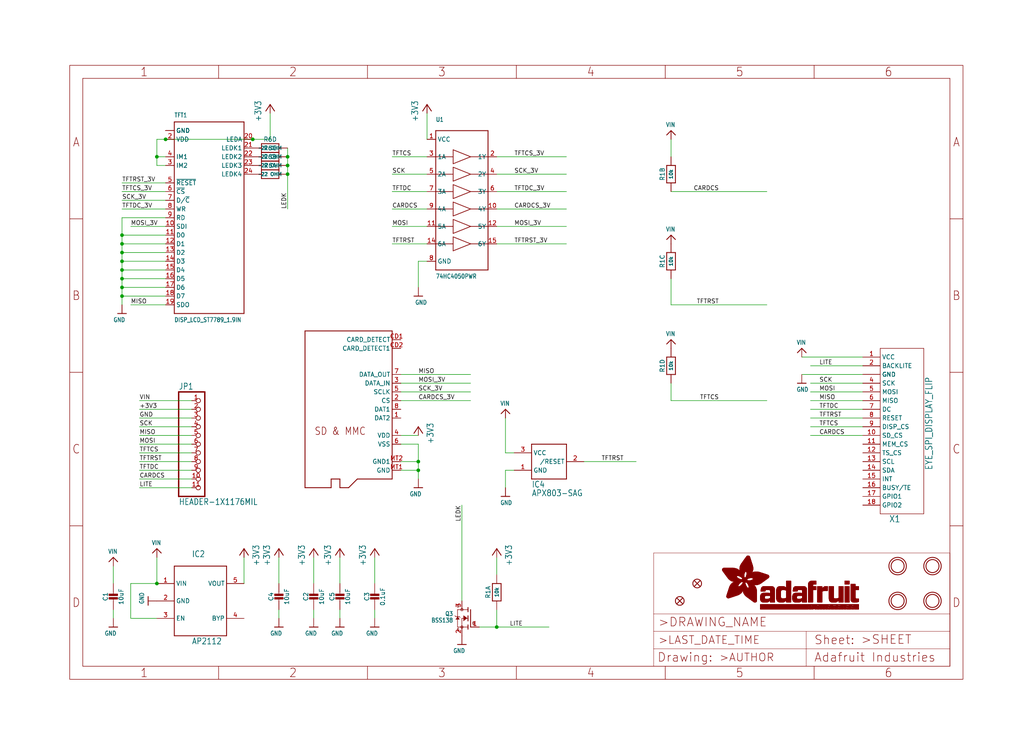
<source format=kicad_sch>
(kicad_sch (version 20211123) (generator eeschema)
  (paper "User" 298.45 217.881)
  (lib_symbols
    (symbol "eagleSchem-eagle-import:+3V3" (power)
      (property "Value" "+3V3" (at -2.54 -5.08 90))
      (symbol "+3V3_1_0"
        (pin power_in line (at 0 -2.54 90) (length 2.54) (name "+3V3") (number "1"))
      )
    )
    (symbol "eagleSchem-eagle-import:74HC4050DTSSOP"
      (property "Reference" "U" (at -7.62 22.86 0))
      (property "Value" "74HC4050DTSSOP" (at -7.62 -22.86 0))
      (symbol "74HC4050DTSSOP_1_0"
        (pin bidirectional line (at -10.16 17.78 0) (length 2.54) (name "VCC") (number "1"))
        (pin bidirectional line (at 10.16 -2.54 180) (length 2.54) (name "4Y") (number "10"))
        (pin bidirectional line (at -10.16 -7.62 0) (length 2.54) (name "5A") (number "11"))
        (pin bidirectional line (at 10.16 -7.62 180) (length 2.54) (name "5Y") (number "12"))
        (pin bidirectional line (at -10.16 -12.7 0) (length 2.54) (name "6A") (number "14"))
        (pin bidirectional line (at 10.16 -12.7 180) (length 2.54) (name "6Y") (number "15"))
        (pin bidirectional line (at 10.16 12.7 180) (length 2.54) (name "1Y") (number "2"))
        (pin bidirectional line (at -10.16 12.7 0) (length 2.54) (name "1A") (number "3"))
        (pin bidirectional line (at 10.16 7.62 180) (length 2.54) (name "2Y") (number "4"))
        (pin bidirectional line (at -10.16 7.62 0) (length 2.54) (name "2A") (number "5"))
        (pin bidirectional line (at 10.16 2.54 180) (length 2.54) (name "3Y") (number "6"))
        (pin bidirectional line (at -10.16 2.54 0) (length 2.54) (name "3A") (number "7"))
        (pin bidirectional line (at -10.16 -17.78 0) (length 2.54) (name "GND") (number "8"))
        (pin bidirectional line (at -10.16 -2.54 0) (length 2.54) (name "4A") (number "9"))
      )
    )
    (symbol "eagleSchem-eagle-import:AXP083-SAG"
      (property "Reference" "IC" (at -5.08 -7.62 0))
      (property "Value" "AXP083-SAG" (at -5.08 -10.16 0))
      (symbol "AXP083-SAG_1_0"
        (pin power_in line (at -10.16 -2.54 0) (length 5.08) (name "GND") (number "1"))
        (pin output line (at 10.16 0 180) (length 5.08) (name "/RESET") (number "2"))
        (pin power_in line (at -10.16 2.54 0) (length 5.08) (name "VCC") (number "3"))
      )
    )
    (symbol "eagleSchem-eagle-import:CAP_CERAMIC0603_NO"
      (property "Reference" "C" (at -2.29 1.25 90))
      (property "Value" "CAP_CERAMIC0603_NO" (at 2.3 1.25 90))
      (symbol "CAP_CERAMIC0603_NO_1_0"
        (pin passive line (at 0 5.08 270) (length 2.54) (name "1") (number "1"))
        (pin passive line (at 0 -2.54 90) (length 2.54) (name "2") (number "2"))
      )
    )
    (symbol "eagleSchem-eagle-import:CAP_CERAMIC0805-NOOUTLINE"
      (property "Reference" "C" (at -2.29 1.25 90))
      (property "Value" "CAP_CERAMIC0805-NOOUTLINE" (at 2.3 1.25 90))
      (symbol "CAP_CERAMIC0805-NOOUTLINE_1_0"
        (pin passive line (at 0 5.08 270) (length 2.54) (name "1") (number "1"))
        (pin passive line (at 0 -2.54 90) (length 2.54) (name "2") (number "2"))
      )
    )
    (symbol "eagleSchem-eagle-import:DISP_LCD_ST7789_1.9IN"
      (property "Reference" "TFT" (at -7.62 31.75 0))
      (property "Value" "DISP_LCD_ST7789_1.9IN" (at -7.62 -27.94 0))
      (symbol "DISP_LCD_ST7789_1.9IN_1_0"
        (pin power_in line (at -10.16 27.94 0) (length 2.54) (name "GND") (number "1"))
        (pin input line (at -10.16 0 0) (length 2.54) (name "SDI") (number "10"))
        (pin bidirectional line (at -10.16 -2.54 0) (length 2.54) (name "D0") (number "11"))
        (pin bidirectional line (at -10.16 -5.08 0) (length 2.54) (name "D1") (number "12"))
        (pin bidirectional line (at -10.16 -7.62 0) (length 2.54) (name "D2") (number "13"))
        (pin bidirectional line (at -10.16 -10.16 0) (length 2.54) (name "D3") (number "14"))
        (pin bidirectional line (at -10.16 -12.7 0) (length 2.54) (name "D4") (number "15"))
        (pin bidirectional line (at -10.16 -15.24 0) (length 2.54) (name "D5") (number "16"))
        (pin bidirectional line (at -10.16 -17.78 0) (length 2.54) (name "D6") (number "17"))
        (pin bidirectional line (at -10.16 -20.32 0) (length 2.54) (name "D7") (number "18"))
        (pin output line (at -10.16 -22.86 0) (length 2.54) (name "SDO") (number "19"))
        (pin power_in line (at -10.16 25.4 0) (length 2.54) (name "VDD") (number "2"))
        (pin input line (at 15.24 25.4 180) (length 2.54) (name "LEDA") (number "20"))
        (pin input line (at 15.24 22.86 180) (length 2.54) (name "LEDK1") (number "21"))
        (pin input line (at 15.24 20.32 180) (length 2.54) (name "LEDK2") (number "22"))
        (pin input line (at 15.24 17.78 180) (length 2.54) (name "LEDK3") (number "23"))
        (pin input line (at 15.24 15.24 180) (length 2.54) (name "LEDK4") (number "24"))
        (pin power_in line (at -10.16 27.94 0) (length 2.54) (name "GND") (number "25"))
        (pin input line (at -10.16 17.78 0) (length 2.54) (name "IM2") (number "3"))
        (pin power_in line (at -10.16 27.94 0) (length 2.54) (name "GND") (number "30"))
        (pin input line (at -10.16 20.32 0) (length 2.54) (name "IM1") (number "4"))
        (pin input line (at -10.16 12.7 0) (length 2.54) (name "~{RESET}") (number "5"))
        (pin input line (at -10.16 10.16 0) (length 2.54) (name "~{CS}") (number "6"))
        (pin input line (at -10.16 7.62 0) (length 2.54) (name "D/~{C}") (number "7"))
        (pin input line (at -10.16 5.08 0) (length 2.54) (name "WR") (number "8"))
        (pin input line (at -10.16 2.54 0) (length 2.54) (name "RD") (number "9"))
        (pin power_in line (at -10.16 27.94 0) (length 2.54) (name "GND") (number "MNT1"))
        (pin power_in line (at -10.16 27.94 0) (length 2.54) (name "GND") (number "MNT2"))
      )
    )
    (symbol "eagleSchem-eagle-import:EYE_SPI_DISPLAY_FLIP"
      (property "Reference" "X" (at 2.54 -27.94 0))
      (property "Value" "EYE_SPI_DISPLAY_FLIP" (at 2.54 -27.94 0))
      (symbol "EYE_SPI_DISPLAY_FLIP_1_0"
        (pin power_in line (at -5.08 20.32 0) (length 5.08) (name "VCC") (number "1"))
        (pin input line (at -5.08 -2.54 0) (length 5.08) (name "SD_CS") (number "10"))
        (pin input line (at -5.08 -5.08 0) (length 5.08) (name "MEM_CS") (number "11"))
        (pin input line (at -5.08 -7.62 0) (length 5.08) (name "TS_CS") (number "12"))
        (pin input line (at -5.08 -10.16 0) (length 5.08) (name "SCL") (number "13"))
        (pin bidirectional line (at -5.08 -12.7 0) (length 5.08) (name "SDA") (number "14"))
        (pin output line (at -5.08 -15.24 0) (length 5.08) (name "INT") (number "15"))
        (pin output line (at -5.08 -17.78 0) (length 5.08) (name "BUSY/TE") (number "16"))
        (pin passive line (at -5.08 -20.32 0) (length 5.08) (name "GPIO1") (number "17"))
        (pin passive line (at -5.08 -22.86 0) (length 5.08) (name "GPIO2") (number "18"))
        (pin input line (at -5.08 17.78 0) (length 5.08) (name "BACKLITE") (number "2"))
        (pin power_in line (at -5.08 15.24 0) (length 5.08) (name "GND") (number "3"))
        (pin input line (at -5.08 12.7 0) (length 5.08) (name "SCK") (number "4"))
        (pin input line (at -5.08 10.16 0) (length 5.08) (name "MOSI") (number "5"))
        (pin output line (at -5.08 7.62 0) (length 5.08) (name "MISO") (number "6"))
        (pin input line (at -5.08 5.08 0) (length 5.08) (name "DC") (number "7"))
        (pin input line (at -5.08 2.54 0) (length 5.08) (name "RESET") (number "8"))
        (pin input line (at -5.08 0 0) (length 5.08) (name "DISP_CS") (number "9"))
        (pin power_in line (at -5.08 15.24 0) (length 5.08) (name "GND") (number "SUPPORT1"))
        (pin power_in line (at -5.08 15.24 0) (length 5.08) (name "GND") (number "SUPPORT2"))
      )
    )
    (symbol "eagleSchem-eagle-import:FIDUCIAL_1MM")
    (symbol "eagleSchem-eagle-import:FRAME_A4_ADAFRUIT"
      (symbol "FRAME_A4_ADAFRUIT_0_0"
        (text "1" (at 21.6958 1.905 0) (effects (font (size 2.54 2.286))))
        (text "1" (at 21.6958 177.165 0) (effects (font (size 2.54 2.286))))
        (text "2" (at 65.0875 1.905 0) (effects (font (size 2.54 2.286))))
        (text "2" (at 65.0875 177.165 0) (effects (font (size 2.54 2.286))))
        (text "3" (at 108.4792 1.905 0) (effects (font (size 2.54 2.286))))
        (text "3" (at 108.4792 177.165 0) (effects (font (size 2.54 2.286))))
        (text "4" (at 151.8708 1.905 0) (effects (font (size 2.54 2.286))))
        (text "4" (at 151.8708 177.165 0) (effects (font (size 2.54 2.286))))
        (text "5" (at 195.2625 1.905 0) (effects (font (size 2.54 2.286))))
        (text "5" (at 195.2625 177.165 0) (effects (font (size 2.54 2.286))))
        (text "6" (at 238.6542 1.905 0) (effects (font (size 2.54 2.286))))
        (text "6" (at 238.6542 177.165 0) (effects (font (size 2.54 2.286))))
        (text "A" (at 1.905 156.6863 0) (effects (font (size 2.54 2.286))))
        (text "A" (at 258.445 156.6863 0) (effects (font (size 2.54 2.286))))
        (text "B" (at 1.905 111.9188 0) (effects (font (size 2.54 2.286))))
        (text "B" (at 258.445 111.9188 0) (effects (font (size 2.54 2.286))))
        (text "C" (at 1.905 67.1513 0) (effects (font (size 2.54 2.286))))
        (text "C" (at 258.445 67.1513 0) (effects (font (size 2.54 2.286))))
        (text "D" (at 1.905 22.3838 0) (effects (font (size 2.54 2.286))))
        (text "D" (at 258.445 22.3838 0) (effects (font (size 2.54 2.286))))
      )
      (symbol "FRAME_A4_ADAFRUIT_1_0"
        (text ">AUTHOR" (at 189.23 5.08 0) (effects (font (size 2.286 2.286)) (justify left bottom)))
        (text ">DRAWING_NAME" (at 171.45 15.24 0) (effects (font (size 2.54 2.54)) (justify left bottom)))
        (text ">LAST_DATE_TIME" (at 171.45 10.16 0) (effects (font (size 2.286 2.286)) (justify left bottom)))
        (text ">SHEET" (at 230.505 10.16 0) (effects (font (size 2.54 2.54)) (justify left bottom)))
        (text "Adafruit Industries" (at 216.916 4.953 0) (effects (font (size 2.54 2.54)) (justify left bottom)))
        (text "Drawing:" (at 171.196 4.953 0) (effects (font (size 2.54 2.54)) (justify left bottom)))
        (text "Sheet:" (at 216.916 10.033 0) (effects (font (size 2.54 2.54)) (justify left bottom)))
      )
    )
    (symbol "eagleSchem-eagle-import:GND" (power)
      (property "Value" "GND" (at -1.524 -2.54 0))
      (symbol "GND_1_0"
        (pin power_in line (at 0 2.54 270) (length 2.54) (name "GND") (number "1"))
      )
    )
    (symbol "eagleSchem-eagle-import:HEADER-1X1176MIL"
      (property "Reference" "JP" (at -6.35 15.875 0))
      (property "Value" "HEADER-1X1176MIL" (at -6.35 -17.78 0))
      (symbol "HEADER-1X1176MIL_1_0"
        (pin passive inverted (at -2.54 12.7 0) (length 2.54) (name "1") (number "1"))
        (pin passive inverted (at -2.54 -10.16 0) (length 2.54) (name "10") (number "10"))
        (pin passive inverted (at -2.54 -12.7 0) (length 2.54) (name "11") (number "11"))
        (pin passive inverted (at -2.54 10.16 0) (length 2.54) (name "2") (number "2"))
        (pin passive inverted (at -2.54 7.62 0) (length 2.54) (name "3") (number "3"))
        (pin passive inverted (at -2.54 5.08 0) (length 2.54) (name "4") (number "4"))
        (pin passive inverted (at -2.54 2.54 0) (length 2.54) (name "5") (number "5"))
        (pin passive inverted (at -2.54 0 0) (length 2.54) (name "6") (number "6"))
        (pin passive inverted (at -2.54 -2.54 0) (length 2.54) (name "7") (number "7"))
        (pin passive inverted (at -2.54 -5.08 0) (length 2.54) (name "8") (number "8"))
        (pin passive inverted (at -2.54 -7.62 0) (length 2.54) (name "9") (number "9"))
      )
    )
    (symbol "eagleSchem-eagle-import:LP298XS"
      (property "Reference" "IC" (at -12.7 -5.08 90))
      (property "Value" "LP298XS" (at 12.7 -5.08 90))
      (symbol "LP298XS_1_0"
        (pin bidirectional line (at -5.08 -15.24 90) (length 5.08) (name "VIN") (number "1"))
        (pin bidirectional line (at 0 -15.24 90) (length 5.08) (name "GND") (number "2"))
        (pin bidirectional line (at 5.08 -15.24 90) (length 5.08) (name "EN") (number "3"))
        (pin bidirectional line (at 5.08 10.16 270) (length 5.08) (name "BYP") (number "4"))
        (pin bidirectional line (at -5.08 10.16 270) (length 5.08) (name "VOUT") (number "5"))
      )
    )
    (symbol "eagleSchem-eagle-import:MICROSD"
      (symbol "MICROSD_1_0"
        (text "SD & MMC" (at -7.62 -10.16 0) (effects (font (size 2.1844 1.8567)) (justify left bottom)))
        (pin bidirectional line (at -17.78 -5.08 0) (length 2.54) (name "DAT2") (number "1"))
        (pin input line (at -17.78 0 0) (length 2.54) (name "CS") (number "2"))
        (pin input line (at -17.78 5.08 0) (length 2.54) (name "DATA_IN") (number "3"))
        (pin power_in line (at -17.78 -10.16 0) (length 2.54) (name "VDD") (number "4"))
        (pin input line (at -17.78 2.54 0) (length 2.54) (name "SCLK") (number "5"))
        (pin power_in line (at -17.78 -12.7 0) (length 2.54) (name "VSS") (number "6"))
        (pin output line (at -17.78 7.62 0) (length 2.54) (name "DATA_OUT") (number "7"))
        (pin bidirectional line (at -17.78 -2.54 0) (length 2.54) (name "DAT1") (number "8"))
        (pin passive line (at -17.78 17.78 0) (length 2.54) (name "CARD_DETECT") (number "CD1"))
        (pin passive line (at -17.78 15.24 0) (length 2.54) (name "CARD_DETECT1") (number "CD2"))
        (pin power_in line (at -17.78 -20.32 0) (length 2.54) (name "GND") (number "MT1"))
        (pin power_in line (at -17.78 -17.78 0) (length 2.54) (name "GND1") (number "MT2"))
      )
    )
    (symbol "eagleSchem-eagle-import:MOSFET-NWIDE"
      (property "Reference" "Q" (at 5.08 0.635 0))
      (property "Value" "MOSFET-NWIDE" (at 5.08 -1.27 0))
      (symbol "MOSFET-NWIDE_1_0"
        (text "D" (at 3.175 3.175 0) (effects (font (size 0.8128 0.6908)) (justify left bottom)))
        (text "G" (at -1.27 -1.905 0) (effects (font (size 0.8128 0.6908)) (justify left bottom)))
        (text "S" (at 3.175 -3.81 0) (effects (font (size 0.8128 0.6908)) (justify left bottom)))
        (pin bidirectional line (at -2.54 -2.54 0) (length 2.54) (name "G") (number "1"))
        (pin bidirectional line (at 2.54 -5.08 90) (length 2.54) (name "S") (number "2"))
        (pin bidirectional line (at 2.54 5.08 270) (length 2.54) (name "D") (number "3"))
      )
    )
    (symbol "eagleSchem-eagle-import:MOUNTINGHOLE2.5")
    (symbol "eagleSchem-eagle-import:RESISTOR_4PACK"
      (property "Reference" "R" (at 0 2.54 0))
      (property "Value" "RESISTOR_4PACK" (at 0 0 0))
      (symbol "RESISTOR_4PACK_1_0"
        (pin passive line (at -5.08 0 0) (length 2.54) (name "1") (number "1"))
        (pin passive line (at 5.08 0 180) (length 2.54) (name "2") (number "8"))
      )
      (symbol "RESISTOR_4PACK_2_0"
        (pin passive line (at -5.08 0 0) (length 2.54) (name "1") (number "2"))
        (pin passive line (at 5.08 0 180) (length 2.54) (name "2") (number "7"))
      )
      (symbol "RESISTOR_4PACK_3_0"
        (pin passive line (at -5.08 0 0) (length 2.54) (name "1") (number "3"))
        (pin passive line (at 5.08 0 180) (length 2.54) (name "2") (number "6"))
      )
      (symbol "RESISTOR_4PACK_4_0"
        (pin passive line (at -5.08 0 0) (length 2.54) (name "1") (number "4"))
        (pin passive line (at 5.08 0 180) (length 2.54) (name "2") (number "5"))
      )
    )
    (symbol "eagleSchem-eagle-import:VIN" (power)
      (property "Value" "VIN" (at -1.524 1.016 0))
      (symbol "VIN_1_0"
        (pin power_in line (at 0 -2.54 90) (length 2.54) (name "VIN") (number "1"))
      )
    )
  )
  (junction (at 35.56 81.28))
  (junction (at 35.56 86.36))
  (junction (at 35.56 76.2))
  (junction (at 121.92 137.16))
  (junction (at 35.56 71.12))
  (junction (at 45.72 170.18))
  (junction (at 48.26 40.64))
  (junction (at 73.66 40.64))
  (junction (at 35.56 68.58))
  (junction (at 121.92 134.62))
  (junction (at 144.78 182.88))
  (junction (at 35.56 83.82))
  (junction (at 45.72 45.72))
  (junction (at 83.82 45.72))
  (junction (at 83.82 48.26))
  (junction (at 35.56 73.66))
  (junction (at 35.56 78.74))
  (junction (at 83.82 50.8))
  (wire (pts (xy 78.74 40.64) (xy 73.66 40.64)))
  (wire (pts (xy 35.56 76.2) (xy 35.56 73.66)))
  (wire (pts (xy 55.88 142.24) (xy 40.64 142.24)))
  (wire (pts (xy 195.58 116.84) (xy 195.58 111.76)))
  (wire (pts (xy 114.3 60.96) (xy 124.46 60.96)))
  (wire (pts (xy 48.26 66.04) (xy 38.1 66.04)))
  (wire (pts (xy 144.78 71.12) (xy 165.1 71.12)))
  (wire (pts (xy 251.46 119.38) (xy 236.22 119.38)))
  (wire (pts (xy 121.92 134.62) (xy 121.92 137.16)))
  (wire (pts (xy 71.12 162.56) (xy 71.12 170.18)))
  (wire (pts (xy 91.44 180.34) (xy 91.44 177.8)))
  (wire (pts (xy 236.22 124.46) (xy 251.46 124.46)))
  (wire (pts (xy 223.52 55.88) (xy 195.58 55.88)))
  (wire (pts (xy 233.68 109.22) (xy 251.46 109.22)))
  (wire (pts (xy 35.56 86.36) (xy 35.56 88.9)))
  (wire (pts (xy 48.26 86.36) (xy 35.56 86.36)))
  (wire (pts (xy 251.46 106.68) (xy 236.22 106.68)))
  (wire (pts (xy 165.1 55.88) (xy 144.78 55.88)))
  (wire (pts (xy 149.86 132.08) (xy 147.32 132.08)))
  (wire (pts (xy 121.92 137.16) (xy 121.92 139.7)))
  (wire (pts (xy 40.64 119.38) (xy 55.88 119.38)))
  (wire (pts (xy 124.46 45.72) (xy 114.3 45.72)))
  (wire (pts (xy 35.56 73.66) (xy 35.56 71.12)))
  (wire (pts (xy 121.92 76.2) (xy 121.92 83.82)))
  (wire (pts (xy 195.58 45.72) (xy 195.58 40.64)))
  (wire (pts (xy 144.78 45.72) (xy 165.1 45.72)))
  (wire (pts (xy 165.1 50.8) (xy 144.78 50.8)))
  (wire (pts (xy 78.74 33.02) (xy 78.74 40.64)))
  (wire (pts (xy 35.56 83.82) (xy 35.56 86.36)))
  (wire (pts (xy 40.64 132.08) (xy 55.88 132.08)))
  (wire (pts (xy 55.88 121.92) (xy 40.64 121.92)))
  (wire (pts (xy 116.84 129.54) (xy 121.92 129.54)))
  (wire (pts (xy 83.82 43.18) (xy 83.82 45.72)))
  (wire (pts (xy 48.26 45.72) (xy 45.72 45.72)))
  (wire (pts (xy 45.72 162.56) (xy 45.72 170.18)))
  (wire (pts (xy 109.22 162.56) (xy 109.22 170.18)))
  (wire (pts (xy 251.46 114.3) (xy 236.22 114.3)))
  (wire (pts (xy 137.16 116.84) (xy 116.84 116.84)))
  (wire (pts (xy 48.26 58.42) (xy 35.56 58.42)))
  (wire (pts (xy 195.58 88.9) (xy 195.58 81.28)))
  (wire (pts (xy 233.68 104.14) (xy 251.46 104.14)))
  (wire (pts (xy 48.26 73.66) (xy 35.56 73.66)))
  (wire (pts (xy 144.78 162.56) (xy 144.78 167.64)))
  (wire (pts (xy 137.16 111.76) (xy 116.84 111.76)))
  (wire (pts (xy 121.92 129.54) (xy 121.92 134.62)))
  (wire (pts (xy 35.56 55.88) (xy 48.26 55.88)))
  (wire (pts (xy 55.88 134.62) (xy 40.64 134.62)))
  (wire (pts (xy 114.3 66.04) (xy 124.46 66.04)))
  (wire (pts (xy 35.56 68.58) (xy 35.56 63.5)))
  (wire (pts (xy 38.1 170.18) (xy 45.72 170.18)))
  (wire (pts (xy 81.28 162.56) (xy 81.28 170.18)))
  (wire (pts (xy 116.84 137.16) (xy 121.92 137.16)))
  (wire (pts (xy 121.92 127) (xy 116.84 127)))
  (wire (pts (xy 48.26 68.58) (xy 35.56 68.58)))
  (wire (pts (xy 48.26 83.82) (xy 35.56 83.82)))
  (wire (pts (xy 114.3 71.12) (xy 124.46 71.12)))
  (wire (pts (xy 114.3 50.8) (xy 124.46 50.8)))
  (wire (pts (xy 45.72 180.34) (xy 38.1 180.34)))
  (wire (pts (xy 55.88 139.7) (xy 40.64 139.7)))
  (wire (pts (xy 251.46 121.92) (xy 236.22 121.92)))
  (wire (pts (xy 144.78 66.04) (xy 165.1 66.04)))
  (wire (pts (xy 45.72 40.64) (xy 45.72 45.72)))
  (wire (pts (xy 236.22 116.84) (xy 251.46 116.84)))
  (wire (pts (xy 38.1 180.34) (xy 38.1 170.18)))
  (wire (pts (xy 195.58 88.9) (xy 223.52 88.9)))
  (wire (pts (xy 33.02 165.1) (xy 33.02 170.18)))
  (wire (pts (xy 170.18 134.62) (xy 185.42 134.62)))
  (wire (pts (xy 81.28 180.34) (xy 81.28 177.8)))
  (wire (pts (xy 160.02 182.88) (xy 144.78 182.88)))
  (wire (pts (xy 45.72 48.26) (xy 45.72 45.72)))
  (wire (pts (xy 55.88 129.54) (xy 40.64 129.54)))
  (wire (pts (xy 48.26 88.9) (xy 38.1 88.9)))
  (wire (pts (xy 116.84 134.62) (xy 121.92 134.62)))
  (wire (pts (xy 165.1 60.96) (xy 144.78 60.96)))
  (wire (pts (xy 147.32 121.92) (xy 147.32 132.08)))
  (wire (pts (xy 124.46 76.2) (xy 121.92 76.2)))
  (wire (pts (xy 195.58 116.84) (xy 223.52 116.84)))
  (wire (pts (xy 40.64 127) (xy 55.88 127)))
  (wire (pts (xy 147.32 142.24) (xy 147.32 137.16)))
  (wire (pts (xy 99.06 162.56) (xy 99.06 170.18)))
  (wire (pts (xy 124.46 40.64) (xy 124.46 33.02)))
  (wire (pts (xy 48.26 53.34) (xy 35.56 53.34)))
  (wire (pts (xy 55.88 116.84) (xy 40.64 116.84)))
  (wire (pts (xy 35.56 71.12) (xy 48.26 71.12)))
  (wire (pts (xy 147.32 137.16) (xy 149.86 137.16)))
  (wire (pts (xy 83.82 45.72) (xy 83.82 48.26)))
  (wire (pts (xy 139.7 182.88) (xy 144.78 182.88)))
  (wire (pts (xy 35.56 78.74) (xy 35.56 76.2)))
  (wire (pts (xy 116.84 109.22) (xy 137.16 109.22)))
  (wire (pts (xy 35.56 76.2) (xy 48.26 76.2)))
  (wire (pts (xy 35.56 81.28) (xy 48.26 81.28)))
  (wire (pts (xy 48.26 60.96) (xy 35.56 60.96)))
  (wire (pts (xy 35.56 63.5) (xy 48.26 63.5)))
  (wire (pts (xy 134.62 147.32) (xy 134.62 175.26)))
  (wire (pts (xy 91.44 162.56) (xy 91.44 170.18)))
  (wire (pts (xy 55.88 124.46) (xy 40.64 124.46)))
  (wire (pts (xy 48.26 78.74) (xy 35.56 78.74)))
  (wire (pts (xy 55.88 137.16) (xy 40.64 137.16)))
  (wire (pts (xy 83.82 50.8) (xy 83.82 60.96)))
  (wire (pts (xy 251.46 127) (xy 236.22 127)))
  (wire (pts (xy 114.3 55.88) (xy 124.46 55.88)))
  (wire (pts (xy 45.72 40.64) (xy 48.26 40.64)))
  (wire (pts (xy 99.06 180.34) (xy 99.06 177.8)))
  (wire (pts (xy 48.26 40.64) (xy 73.66 40.64)))
  (wire (pts (xy 35.56 71.12) (xy 35.56 68.58)))
  (wire (pts (xy 144.78 182.88) (xy 144.78 177.8)))
  (wire (pts (xy 137.16 114.3) (xy 116.84 114.3)))
  (wire (pts (xy 35.56 81.28) (xy 35.56 78.74)))
  (wire (pts (xy 48.26 48.26) (xy 45.72 48.26)))
  (wire (pts (xy 33.02 180.34) (xy 33.02 177.8)))
  (wire (pts (xy 35.56 83.82) (xy 35.56 81.28)))
  (wire (pts (xy 251.46 111.76) (xy 236.22 111.76)))
  (wire (pts (xy 83.82 48.26) (xy 83.82 50.8)))
  (wire (pts (xy 109.22 180.34) (xy 109.22 177.8)))
  (label "SCK_3V" (at 35.56 58.42 0) (effects (font (size 1.2446 1.2446))))
  (label "TFTRST" (at 175.26 134.62 0) (effects (font (size 1.2446 1.2446))))
  (label "SCK_3V" (at 121.92 114.3 0) (effects (font (size 1.2446 1.2446))))
  (label "LEDK" (at 83.82 60.96 90) (effects (font (size 1.2446 1.2446))))
  (label "VIN" (at 40.64 116.84 0) (effects (font (size 1.2446 1.2446))))
  (label "TFTRST" (at 238.76 121.92 0) (effects (font (size 1.2446 1.2446))))
  (label "TFTDC_3V" (at 35.56 60.96 0) (effects (font (size 1.2446 1.2446))))
  (label "TFTDC" (at 238.76 119.38 0) (effects (font (size 1.2446 1.2446))))
  (label "LITE" (at 40.64 142.24 0) (effects (font (size 1.2446 1.2446))))
  (label "CARDCS" (at 238.76 127 0) (effects (font (size 1.2446 1.2446))))
  (label "MOSI_3V" (at 38.1 66.04 0) (effects (font (size 1.2446 1.2446))))
  (label "TFTDC" (at 114.3 55.88 0) (effects (font (size 1.2446 1.2446))))
  (label "MISO" (at 121.92 109.22 0) (effects (font (size 1.2446 1.2446))))
  (label "TFTRST_3V" (at 35.56 53.34 0) (effects (font (size 1.2446 1.2446))))
  (label "MOSI_3V" (at 121.92 111.76 0) (effects (font (size 1.2446 1.2446))))
  (label "TFTCS" (at 238.76 124.46 0) (effects (font (size 1.2446 1.2446))))
  (label "TFTCS" (at 40.64 132.08 0) (effects (font (size 1.2446 1.2446))))
  (label "MISO" (at 40.64 127 0) (effects (font (size 1.2446 1.2446))))
  (label "TFTRST_3V" (at 149.86 71.12 0) (effects (font (size 1.2446 1.2446))))
  (label "SCK" (at 238.76 111.76 0) (effects (font (size 1.2446 1.2446))))
  (label "CARDCS" (at 114.3 60.96 0) (effects (font (size 1.2446 1.2446))))
  (label "GND" (at 40.64 121.92 0) (effects (font (size 1.2446 1.2446))))
  (label "MOSI" (at 238.76 114.3 0) (effects (font (size 1.2446 1.2446))))
  (label "MOSI_3V" (at 149.86 66.04 0) (effects (font (size 1.2446 1.2446))))
  (label "CARDCS_3V" (at 121.92 116.84 0) (effects (font (size 1.2446 1.2446))))
  (label "CARDCS" (at 40.64 139.7 0) (effects (font (size 1.2446 1.2446))))
  (label "CARDCS_3V" (at 149.86 60.96 0) (effects (font (size 1.2446 1.2446))))
  (label "LITE" (at 238.76 106.68 0) (effects (font (size 1.2446 1.2446))))
  (label "TFTCS" (at 114.3 45.72 0) (effects (font (size 1.2446 1.2446))))
  (label "TFTRST" (at 40.64 134.62 0) (effects (font (size 1.2446 1.2446))))
  (label "MISO" (at 238.76 116.84 0) (effects (font (size 1.2446 1.2446))))
  (label "TFTCS_3V" (at 149.86 45.72 0) (effects (font (size 1.2446 1.2446))))
  (label "LITE" (at 152.4 182.88 180) (effects (font (size 1.2446 1.2446))))
  (label "TFTDC" (at 40.64 137.16 0) (effects (font (size 1.2446 1.2446))))
  (label "TFTRST" (at 209.55 88.9 180) (effects (font (size 1.2446 1.2446))))
  (label "TFTRST" (at 114.3 71.12 0) (effects (font (size 1.2446 1.2446))))
  (label "SCK" (at 40.64 124.46 0) (effects (font (size 1.2446 1.2446))))
  (label "TFTCS_3V" (at 35.56 55.88 0) (effects (font (size 1.2446 1.2446))))
  (label "+3V3" (at 40.64 119.38 0) (effects (font (size 1.2446 1.2446))))
  (label "SCK" (at 114.3 50.8 0) (effects (font (size 1.2446 1.2446))))
  (label "MOSI" (at 114.3 66.04 0) (effects (font (size 1.2446 1.2446))))
  (label "LEDK" (at 134.62 147.32 270) (effects (font (size 1.2446 1.2446))))
  (label "TFTDC_3V" (at 149.86 55.88 0) (effects (font (size 1.2446 1.2446))))
  (label "MOSI" (at 40.64 129.54 0) (effects (font (size 1.2446 1.2446))))
  (label "TFTCS" (at 209.55 116.84 180) (effects (font (size 1.2446 1.2446))))
  (label "CARDCS" (at 209.55 55.88 180) (effects (font (size 1.2446 1.2446))))
  (label "MISO" (at 38.1 88.9 0) (effects (font (size 1.2446 1.2446))))
  (label "SCK_3V" (at 149.86 50.8 0) (effects (font (size 1.2446 1.2446))))
  (symbol (lib_id "eagleSchem-eagle-import:MOSFET-NWIDE") (at 137.16 180.34 0) (mirror y) (unit 1)
    (property "Reference" "Q3" (at 132.08 179.705 0) (effects (font (size 1.27 1.0795)) (justify left bottom)))
    (property "Value" "BSS138" (at 132.08 181.61 0) (effects (font (size 1.27 1.0795)) (justify left bottom)))
    (property "Footprint" "eagleSchem:SOT23-WIDE" (effects hide))
  )
  (symbol (lib_id "eagleSchem-eagle-import:MOUNTINGHOLE2.5") (at 271.78 175.26 0) (unit 1)
    (property "Reference" "U$9" (effects hide))
    (property "Value" "MOUNTINGHOLE2.5" (effects hide))
    (property "Footprint" "eagleSchem:MOUNTINGHOLE_2.5_PLATED" (effects hide))
  )
  (symbol (lib_id "eagleSchem-eagle-import:RESISTOR_4PACK") (at 195.58 106.68 90) (unit 4)
    (property "Reference" "R1" (at 193.04 106.68 0))
    (property "Value" "10k" (at 195.58 106.68 0) (effects (font (size 1.016 1.016) bold)))
    (property "Footprint" "eagleSchem:RESPACK_4X0603" (effects hide))
  )
  (symbol (lib_id "eagleSchem-eagle-import:GND") (at 81.28 182.88 0) (unit 1)
    (property "Reference" "#GND13" (effects hide))
    (property "Value" "GND" (at 78.74 185.42 0) (effects (font (size 1.27 1.0795)) (justify left bottom)))
    (property "Footprint" "eagleSchem:" (effects hide))
  )
  (symbol (lib_id "eagleSchem-eagle-import:VIN") (at 33.02 162.56 0) (unit 1)
    (property "Reference" "#U$13" (effects hide))
    (property "Value" "VIN" (at 31.496 161.544 0) (effects (font (size 1.27 1.0795)) (justify left bottom)))
    (property "Footprint" "eagleSchem:" (effects hide))
  )
  (symbol (lib_id "eagleSchem-eagle-import:MICROSD") (at 99.06 116.84 0) (mirror y) (unit 1)
    (property "Reference" "Q2" (effects hide))
    (property "Value" "MICROSD" (effects hide))
    (property "Footprint" "eagleSchem:MICROSD" (effects hide))
  )
  (symbol (lib_id "eagleSchem-eagle-import:LP298XS") (at 60.96 175.26 270) (unit 1)
    (property "Reference" "IC2" (at 55.88 162.56 90) (effects (font (size 1.778 1.5113)) (justify left bottom)))
    (property "Value" "AP2112" (at 55.88 187.96 90) (effects (font (size 1.778 1.5113)) (justify left bottom)))
    (property "Footprint" "eagleSchem:SOT23-5L" (effects hide))
  )
  (symbol (lib_id "eagleSchem-eagle-import:AXP083-SAG") (at 160.02 134.62 0) (unit 1)
    (property "Reference" "IC4" (at 154.94 142.24 0) (effects (font (size 1.778 1.5113)) (justify left bottom)))
    (property "Value" "APX803-SAG" (at 154.94 144.78 0) (effects (font (size 1.778 1.5113)) (justify left bottom)))
    (property "Footprint" "eagleSchem:SOT23" (effects hide))
  )
  (symbol (lib_id "eagleSchem-eagle-import:+3V3") (at 144.78 160.02 0) (mirror y) (unit 1)
    (property "Reference" "#+3V9" (effects hide))
    (property "Value" "+3V3" (at 147.32 165.1 90) (effects (font (size 1.778 1.5113)) (justify left bottom)))
    (property "Footprint" "eagleSchem:" (effects hide))
  )
  (symbol (lib_id "eagleSchem-eagle-import:GND") (at 33.02 182.88 0) (unit 1)
    (property "Reference" "#GND12" (effects hide))
    (property "Value" "GND" (at 30.48 185.42 0) (effects (font (size 1.27 1.0795)) (justify left bottom)))
    (property "Footprint" "eagleSchem:" (effects hide))
  )
  (symbol (lib_id "eagleSchem-eagle-import:VIN") (at 195.58 38.1 0) (unit 1)
    (property "Reference" "#U$14" (effects hide))
    (property "Value" "VIN" (at 194.056 37.084 0) (effects (font (size 1.27 1.0795)) (justify left bottom)))
    (property "Footprint" "eagleSchem:" (effects hide))
  )
  (symbol (lib_id "eagleSchem-eagle-import:+3V3") (at 91.44 160.02 0) (unit 1)
    (property "Reference" "#+3V6" (effects hide))
    (property "Value" "+3V3" (at 88.9 165.1 90) (effects (font (size 1.778 1.5113)) (justify left bottom)))
    (property "Footprint" "eagleSchem:" (effects hide))
  )
  (symbol (lib_id "eagleSchem-eagle-import:+3V3") (at 124.46 30.48 0) (unit 1)
    (property "Reference" "#+3V12" (effects hide))
    (property "Value" "+3V3" (at 121.92 35.56 90) (effects (font (size 1.778 1.5113)) (justify left bottom)))
    (property "Footprint" "eagleSchem:" (effects hide))
  )
  (symbol (lib_id "eagleSchem-eagle-import:+3V3") (at 71.12 160.02 0) (mirror y) (unit 1)
    (property "Reference" "#+3V2" (effects hide))
    (property "Value" "+3V3" (at 73.66 165.1 90) (effects (font (size 1.778 1.5113)) (justify left bottom)))
    (property "Footprint" "eagleSchem:" (effects hide))
  )
  (symbol (lib_id "eagleSchem-eagle-import:RESISTOR_4PACK") (at 195.58 76.2 90) (unit 3)
    (property "Reference" "R1" (at 193.04 76.2 0))
    (property "Value" "10k" (at 195.58 76.2 0) (effects (font (size 1.016 1.016) bold)))
    (property "Footprint" "eagleSchem:RESPACK_4X0603" (effects hide))
  )
  (symbol (lib_id "eagleSchem-eagle-import:VIN") (at 195.58 99.06 0) (unit 1)
    (property "Reference" "#U$16" (effects hide))
    (property "Value" "VIN" (at 194.056 98.044 0) (effects (font (size 1.27 1.0795)) (justify left bottom)))
    (property "Footprint" "eagleSchem:" (effects hide))
  )
  (symbol (lib_id "eagleSchem-eagle-import:GND") (at 43.18 175.26 270) (unit 1)
    (property "Reference" "#GND9" (effects hide))
    (property "Value" "GND" (at 40.64 172.72 0) (effects (font (size 1.27 1.0795)) (justify left bottom)))
    (property "Footprint" "eagleSchem:" (effects hide))
  )
  (symbol (lib_id "eagleSchem-eagle-import:CAP_CERAMIC0805-NOOUTLINE") (at 91.44 175.26 0) (unit 1)
    (property "Reference" "C2" (at 89.15 174.01 90))
    (property "Value" "10uF" (at 93.74 174.01 90))
    (property "Footprint" "eagleSchem:0805-NO" (effects hide))
  )
  (symbol (lib_id "eagleSchem-eagle-import:GND") (at 121.92 142.24 0) (unit 1)
    (property "Reference" "#GND1" (effects hide))
    (property "Value" "GND" (at 119.38 144.78 0) (effects (font (size 1.27 1.0795)) (justify left bottom)))
    (property "Footprint" "eagleSchem:" (effects hide))
  )
  (symbol (lib_id "eagleSchem-eagle-import:CAP_CERAMIC0603_NO") (at 109.22 175.26 0) (unit 1)
    (property "Reference" "C3" (at 106.93 174.01 90))
    (property "Value" "0.1uF" (at 111.52 174.01 90))
    (property "Footprint" "eagleSchem:0603-NO" (effects hide))
  )
  (symbol (lib_id "eagleSchem-eagle-import:RESISTOR_4PACK") (at 78.74 48.26 0) (unit 2)
    (property "Reference" "R6" (at 78.74 45.72 0))
    (property "Value" "~22 OHM" (at 78.74 48.26 0) (effects (font (size 1.016 1.016) bold)))
    (property "Footprint" "eagleSchem:RESPACK_4X0603" (effects hide))
  )
  (symbol (lib_id "eagleSchem-eagle-import:MOUNTINGHOLE2.5") (at 271.78 165.1 0) (unit 1)
    (property "Reference" "U$8" (effects hide))
    (property "Value" "MOUNTINGHOLE2.5" (effects hide))
    (property "Footprint" "eagleSchem:MOUNTINGHOLE_2.5_PLATED" (effects hide))
  )
  (symbol (lib_id "eagleSchem-eagle-import:GND") (at 99.06 182.88 0) (unit 1)
    (property "Reference" "#GND6" (effects hide))
    (property "Value" "GND" (at 96.52 185.42 0) (effects (font (size 1.27 1.0795)) (justify left bottom)))
    (property "Footprint" "eagleSchem:" (effects hide))
  )
  (symbol (lib_id "eagleSchem-eagle-import:GND") (at 134.62 187.96 0) (unit 1)
    (property "Reference" "#GND5" (effects hide))
    (property "Value" "GND" (at 132.08 190.5 0) (effects (font (size 1.27 1.0795)) (justify left bottom)))
    (property "Footprint" "eagleSchem:" (effects hide))
  )
  (symbol (lib_id "eagleSchem-eagle-import:MOUNTINGHOLE2.5") (at 261.62 175.26 0) (unit 1)
    (property "Reference" "U$7" (effects hide))
    (property "Value" "MOUNTINGHOLE2.5" (effects hide))
    (property "Footprint" "eagleSchem:MOUNTINGHOLE_2.5_PLATED" (effects hide))
  )
  (symbol (lib_id "eagleSchem-eagle-import:74HC4050DTSSOP") (at 134.62 58.42 0) (unit 1)
    (property "Reference" "U1" (at 127 35.56 0) (effects (font (size 1.27 1.0795)) (justify left bottom)))
    (property "Value" "74HC4050PWR" (at 127 81.28 0) (effects (font (size 1.27 1.0795)) (justify left bottom)))
    (property "Footprint" "eagleSchem:TSSOP16" (effects hide))
  )
  (symbol (lib_id "eagleSchem-eagle-import:HEADER-1X1176MIL") (at 58.42 129.54 0) (unit 1)
    (property "Reference" "JP1" (at 52.07 113.665 0) (effects (font (size 1.778 1.5113)) (justify left bottom)))
    (property "Value" "HEADER-1X1176MIL" (at 52.07 147.32 0) (effects (font (size 1.778 1.5113)) (justify left bottom)))
    (property "Footprint" "eagleSchem:1X11_ROUND_76" (effects hide))
  )
  (symbol (lib_id "eagleSchem-eagle-import:CAP_CERAMIC0805-NOOUTLINE") (at 81.28 175.26 0) (unit 1)
    (property "Reference" "C4" (at 78.99 174.01 90))
    (property "Value" "10uF" (at 83.58 174.01 90))
    (property "Footprint" "eagleSchem:0805-NO" (effects hide))
  )
  (symbol (lib_id "eagleSchem-eagle-import:EYE_SPI_DISPLAY_FLIP") (at 256.54 124.46 0) (unit 1)
    (property "Reference" "X1" (at 259.08 152.4 0) (effects (font (size 1.9304 1.6408)) (justify left bottom)))
    (property "Value" "EYE_SPI_DISPLAY_FLIP" (at 271.78 137.16 90) (effects (font (size 1.9304 1.6408)) (justify left bottom)))
    (property "Footprint" "eagleSchem:EYE_SPI_DISPLAY_BOTCONTACT" (effects hide))
  )
  (symbol (lib_id "eagleSchem-eagle-import:CAP_CERAMIC0805-NOOUTLINE") (at 99.06 175.26 0) (unit 1)
    (property "Reference" "C5" (at 96.77 174.01 90))
    (property "Value" "10uF" (at 101.36 174.01 90))
    (property "Footprint" "eagleSchem:0805-NO" (effects hide))
  )
  (symbol (lib_id "eagleSchem-eagle-import:FRAME_A4_ADAFRUIT") (at 20.32 198.12 0) (unit 1)
    (property "Reference" "#U$6" (effects hide))
    (property "Value" "FRAME_A4_ADAFRUIT" (effects hide))
    (property "Footprint" "eagleSchem:" (effects hide))
  )
  (symbol (lib_id "eagleSchem-eagle-import:+3V3") (at 109.22 160.02 0) (unit 1)
    (property "Reference" "#+3V10" (effects hide))
    (property "Value" "+3V3" (at 106.68 165.1 90) (effects (font (size 1.778 1.5113)) (justify left bottom)))
    (property "Footprint" "eagleSchem:" (effects hide))
  )
  (symbol (lib_id "eagleSchem-eagle-import:+3V3") (at 121.92 124.46 0) (mirror y) (unit 1)
    (property "Reference" "#+3V4" (effects hide))
    (property "Value" "+3V3" (at 124.46 129.54 90) (effects (font (size 1.778 1.5113)) (justify left bottom)))
    (property "Footprint" "eagleSchem:" (effects hide))
  )
  (symbol (lib_id "eagleSchem-eagle-import:VIN") (at 195.58 68.58 0) (unit 1)
    (property "Reference" "#U$15" (effects hide))
    (property "Value" "VIN" (at 194.056 67.564 0) (effects (font (size 1.27 1.0795)) (justify left bottom)))
    (property "Footprint" "eagleSchem:" (effects hide))
  )
  (symbol (lib_id "eagleSchem-eagle-import:CAP_CERAMIC0805-NOOUTLINE") (at 33.02 175.26 0) (unit 1)
    (property "Reference" "C1" (at 30.73 174.01 90))
    (property "Value" "10uF" (at 35.32 174.01 90))
    (property "Footprint" "eagleSchem:0805-NO" (effects hide))
  )
  (symbol (lib_id "eagleSchem-eagle-import:RESISTOR_4PACK") (at 78.74 43.18 0) (unit 4)
    (property "Reference" "R6" (at 78.74 40.64 0))
    (property "Value" "~22 OHM" (at 78.74 43.18 0) (effects (font (size 1.016 1.016) bold)))
    (property "Footprint" "eagleSchem:RESPACK_4X0603" (effects hide))
  )
  (symbol (lib_id "eagleSchem-eagle-import:FIDUCIAL_1MM") (at 198.12 175.26 0) (unit 1)
    (property "Reference" "U$4" (effects hide))
    (property "Value" "FIDUCIAL_1MM" (effects hide))
    (property "Footprint" "eagleSchem:FIDUCIAL_1MM" (effects hide))
  )
  (symbol (lib_id "eagleSchem-eagle-import:VIN") (at 233.68 101.6 0) (unit 1)
    (property "Reference" "#U$3" (effects hide))
    (property "Value" "VIN" (at 232.156 100.584 0) (effects (font (size 1.27 1.0795)) (justify left bottom)))
    (property "Footprint" "eagleSchem:" (effects hide))
  )
  (symbol (lib_id "eagleSchem-eagle-import:GND") (at 147.32 144.78 0) (unit 1)
    (property "Reference" "#U$11" (effects hide))
    (property "Value" "GND" (at 145.796 147.32 0) (effects (font (size 1.27 1.0795)) (justify left bottom)))
    (property "Footprint" "eagleSchem:" (effects hide))
  )
  (symbol (lib_id "eagleSchem-eagle-import:+3V3") (at 99.06 160.02 0) (unit 1)
    (property "Reference" "#+3V11" (effects hide))
    (property "Value" "+3V3" (at 96.52 165.1 90) (effects (font (size 1.778 1.5113)) (justify left bottom)))
    (property "Footprint" "eagleSchem:" (effects hide))
  )
  (symbol (lib_id "eagleSchem-eagle-import:RESISTOR_4PACK") (at 144.78 172.72 90) (unit 1)
    (property "Reference" "R1" (at 142.24 172.72 0))
    (property "Value" "10k" (at 144.78 172.72 0) (effects (font (size 1.016 1.016) bold)))
    (property "Footprint" "eagleSchem:RESPACK_4X0603" (effects hide))
  )
  (symbol (lib_id "eagleSchem-eagle-import:+3V3") (at 78.74 30.48 0) (unit 1)
    (property "Reference" "#+3V1" (effects hide))
    (property "Value" "+3V3" (at 76.2 35.56 90) (effects (font (size 1.778 1.5113)) (justify left bottom)))
    (property "Footprint" "eagleSchem:" (effects hide))
  )
  (symbol (lib_id "eagleSchem-eagle-import:VIN") (at 45.72 160.02 0) (unit 1)
    (property "Reference" "#U$12" (effects hide))
    (property "Value" "VIN" (at 44.196 159.004 0) (effects (font (size 1.27 1.0795)) (justify left bottom)))
    (property "Footprint" "eagleSchem:" (effects hide))
  )
  (symbol (lib_id "eagleSchem-eagle-import:FIDUCIAL_1MM") (at 203.2 170.18 0) (unit 1)
    (property "Reference" "U$5" (effects hide))
    (property "Value" "FIDUCIAL_1MM" (effects hide))
    (property "Footprint" "eagleSchem:FIDUCIAL_1MM" (effects hide))
  )
  (symbol (lib_id "eagleSchem-eagle-import:RESISTOR_4PACK") (at 78.74 50.8 0) (unit 1)
    (property "Reference" "R6" (at 78.74 48.26 0))
    (property "Value" "~22 OHM" (at 78.74 50.8 0) (effects (font (size 1.016 1.016) bold)))
    (property "Footprint" "eagleSchem:RESPACK_4X0603" (effects hide))
  )
  (symbol (lib_id "eagleSchem-eagle-import:DISP_LCD_ST7789_1.9IN") (at 58.42 66.04 0) (unit 1)
    (property "Reference" "TFT1" (at 50.8 34.29 0) (effects (font (size 1.27 1.0795)) (justify left bottom)))
    (property "Value" "DISP_LCD_ST7789_1.9IN" (at 50.8 93.98 0) (effects (font (size 1.27 1.0795)) (justify left bottom)))
    (property "Footprint" "eagleSchem:TFT_1.9IN_170X320_30P" (effects hide))
  )
  (symbol (lib_id "eagleSchem-eagle-import:GND") (at 233.68 111.76 0) (unit 1)
    (property "Reference" "#U$18" (effects hide))
    (property "Value" "GND" (at 232.156 114.3 0) (effects (font (size 1.27 1.0795)) (justify left bottom)))
    (property "Footprint" "eagleSchem:" (effects hide))
  )
  (symbol (lib_id "eagleSchem-eagle-import:GND") (at 91.44 182.88 0) (unit 1)
    (property "Reference" "#GND11" (effects hide))
    (property "Value" "GND" (at 88.9 185.42 0) (effects (font (size 1.27 1.0795)) (justify left bottom)))
    (property "Footprint" "eagleSchem:" (effects hide))
  )
  (symbol (lib_id "eagleSchem-eagle-import:GND") (at 35.56 91.44 0) (unit 1)
    (property "Reference" "#GND2" (effects hide))
    (property "Value" "GND" (at 33.02 93.98 0) (effects (font (size 1.27 1.0795)) (justify left bottom)))
    (property "Footprint" "eagleSchem:" (effects hide))
  )
  (symbol (lib_id "eagleSchem-eagle-import:RESISTOR_4PACK") (at 78.74 45.72 0) (unit 3)
    (property "Reference" "R6" (at 78.74 43.18 0))
    (property "Value" "~22 OHM" (at 78.74 45.72 0) (effects (font (size 1.016 1.016) bold)))
    (property "Footprint" "eagleSchem:RESPACK_4X0603" (effects hide))
  )
  (symbol (lib_id "eagleSchem-eagle-import:+3V3") (at 81.28 160.02 0) (unit 1)
    (property "Reference" "#+3V8" (effects hide))
    (property "Value" "+3V3" (at 78.74 165.1 90) (effects (font (size 1.778 1.5113)) (justify left bottom)))
    (property "Footprint" "eagleSchem:" (effects hide))
  )
  (symbol (lib_id "eagleSchem-eagle-import:GND") (at 109.22 182.88 0) (unit 1)
    (property "Reference" "#GND4" (effects hide))
    (property "Value" "GND" (at 106.68 185.42 0) (effects (font (size 1.27 1.0795)) (justify left bottom)))
    (property "Footprint" "eagleSchem:" (effects hide))
  )
  (symbol (lib_id "eagleSchem-eagle-import:GND") (at 121.92 86.36 0) (mirror y) (unit 1)
    (property "Reference" "#GND7" (effects hide))
    (property "Value" "GND" (at 124.46 88.9 0) (effects (font (size 1.27 1.0795)) (justify left bottom)))
    (property "Footprint" "eagleSchem:" (effects hide))
  )
  (symbol (lib_id "eagleSchem-eagle-import:MOUNTINGHOLE2.5") (at 261.62 165.1 0) (unit 1)
    (property "Reference" "U$10" (effects hide))
    (property "Value" "MOUNTINGHOLE2.5" (effects hide))
    (property "Footprint" "eagleSchem:MOUNTINGHOLE_2.5_PLATED" (effects hide))
  )
  (symbol (lib_id "eagleSchem-eagle-import:VIN") (at 147.32 119.38 0) (unit 1)
    (property "Reference" "#U$17" (effects hide))
    (property "Value" "VIN" (at 145.796 118.364 0) (effects (font (size 1.27 1.0795)) (justify left bottom)))
    (property "Footprint" "eagleSchem:" (effects hide))
  )
  (symbol (lib_id "eagleSchem-eagle-import:RESISTOR_4PACK") (at 195.58 50.8 90) (unit 2)
    (property "Reference" "R1" (at 193.04 50.8 0))
    (property "Value" "10k" (at 195.58 50.8 0) (effects (font (size 1.016 1.016) bold)))
    (property "Footprint" "eagleSchem:RESPACK_4X0603" (effects hide))
  )
)
</source>
